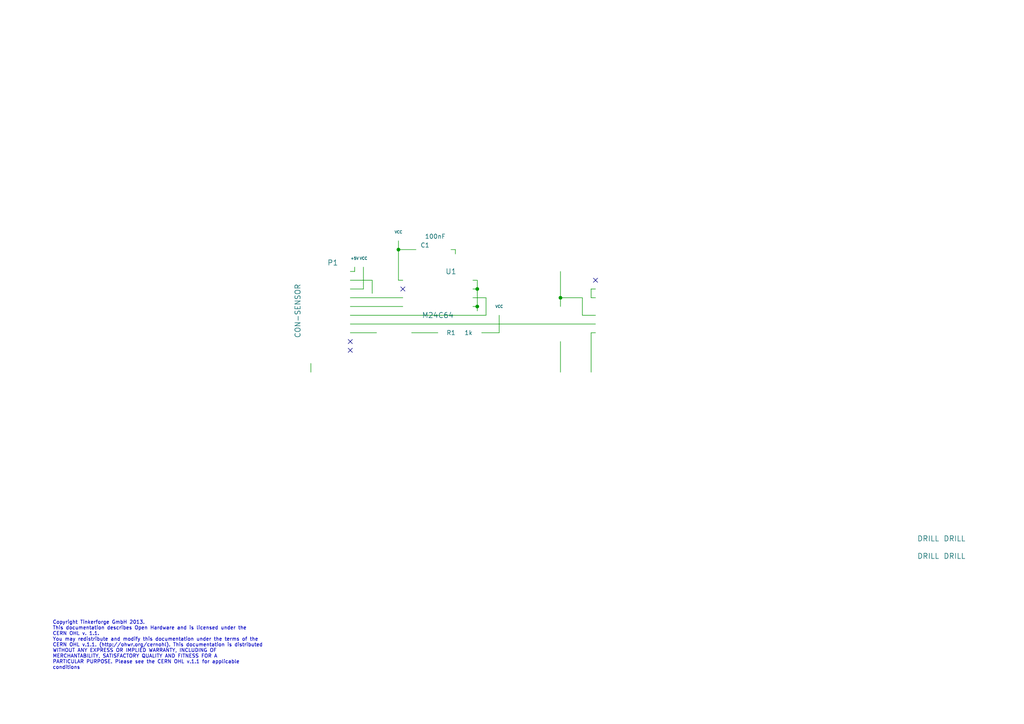
<source format=kicad_sch>
(kicad_sch (version 20230121) (generator eeschema)
  (paper "A4")
  (title_block (title "Motion Detector Bricklet") (date "2013-09-20") (rev "1.0") (company "Tinkerforge GmbH") (comment 1 "Licensed under CERN OHL v.1.1") (comment 2 "Copyright (©) 2013, B.Nordmeyer <bastian@tinkerforge.com>"))
  (lib_symbols)
  (junction (at 138.43 88.9))
  (junction (at 138.43 83.82))
  (junction (at 115.57 72.39))
  (junction (at 162.56 86.36))
  (no_connect (at 101.6 101.6))
  (no_connect (at 116.84 83.82))
  (no_connect (at 172.72 81.28))
  (no_connect (at 101.6 99.06))
  (wire (pts (xy 101.6 81.28) (xy 107.95 81.28)))
  (wire (pts (xy 171.45 86.36) (xy 171.45 83.82)))
  (wire (pts (xy 102.87 77.47) (xy 102.87 78.74)))
  (wire (pts (xy 138.43 90.17) (xy 138.43 88.9)))
  (wire (pts (xy 116.84 81.28) (xy 115.57 81.28)))
  (wire (pts (xy 101.6 93.98) (xy 172.72 93.98)))
  (wire (pts (xy 162.56 86.36) (xy 162.56 88.9)))
  (wire (pts (xy 105.41 77.47) (xy 105.41 83.82)))
  (wire (pts (xy 168.91 91.44) (xy 168.91 86.36)))
  (wire (pts (xy 115.57 72.39) (xy 120.65 72.39)))
  (wire (pts (xy 137.16 88.9) (xy 138.43 88.9)))
  (wire (pts (xy 115.57 81.28) (xy 115.57 72.39)))
  (wire (pts (xy 130.81 72.39) (xy 132.08 72.39)))
  (wire (pts (xy 102.87 78.74) (xy 101.6 78.74)))
  (wire (pts (xy 138.43 81.28) (xy 137.16 81.28)))
  (wire (pts (xy 168.91 86.36) (xy 162.56 86.36)))
  (wire (pts (xy 171.45 96.52) (xy 171.45 107.95)))
  (wire (pts (xy 172.72 86.36) (xy 171.45 86.36)))
  (wire (pts (xy 90.17 107.95) (xy 90.17 105.41)))
  (wire (pts (xy 171.45 83.82) (xy 172.72 83.82)))
  (wire (pts (xy 101.6 86.36) (xy 116.84 86.36)))
  (wire (pts (xy 105.41 83.82) (xy 101.6 83.82)))
  (wire (pts (xy 172.72 96.52) (xy 171.45 96.52)))
  (wire (pts (xy 101.6 91.44) (xy 140.97 91.44)))
  (wire (pts (xy 162.56 99.06) (xy 162.56 107.95)))
  (wire (pts (xy 138.43 83.82) (xy 138.43 81.28)))
  (wire (pts (xy 144.78 96.52) (xy 144.78 91.44)))
  (wire (pts (xy 172.72 91.44) (xy 168.91 91.44)))
  (wire (pts (xy 162.56 78.74) (xy 162.56 86.36)))
  (wire (pts (xy 101.6 88.9) (xy 116.84 88.9)))
  (wire (pts (xy 115.57 72.39) (xy 115.57 69.85)))
  (wire (pts (xy 137.16 83.82) (xy 138.43 83.82)))
  (wire (pts (xy 109.22 96.52) (xy 101.6 96.52)))
  (wire (pts (xy 132.08 72.39) (xy 132.08 73.66)))
  (wire (pts (xy 140.97 91.44) (xy 140.97 86.36)))
  (wire (pts (xy 107.95 81.28) (xy 107.95 85.09)))
  (wire (pts (xy 139.7 96.52) (xy 144.78 96.52)))
  (wire (pts (xy 140.97 86.36) (xy 137.16 86.36)))
  (wire (pts (xy 138.43 88.9) (xy 138.43 83.82)))
  (wire (pts (xy 127 96.52) (xy 119.38 96.52)))
  (text "Copyright Tinkerforge GmbH 2013.\nThis documentation describes Open Hardware and is licensed under the\nCERN OHL v. 1.1.\nYou may redistribute and modify this documentation under the terms of the\nCERN OHL v.1.1. (http://ohwr.org/cernohl). This documentation is distributed\nWITHOUT ANY EXPRESS OR IMPLIED WARRANTY, INCLUDING OF\nMERCHANTABILITY, SATISFACTORY QUALITY AND FITNESS FOR A\nPARTICULAR PURPOSE. Please see the CERN OHL v.1.1 for applicable\nconditions\n" (at 15.24 194.31 0) (effects (font (size 1.016 1.016)) (justify left bottom)))
  (symbol (lib_id "CON-SENSOR") (at 90.17 90.17 0) (mirror y) (unit 1)
    (property "Reference" "P1" (at 96.52 76.2 0) (effects (font (size 1.524 1.524))))
    (property "Value" "CON-SENSOR" (at 86.36 90.17 90) (effects (font (size 1.524 1.524))))
    (property "Footprint" "kicad-libraries:CON-SENSOR" (effects hide))
  )
  (symbol (lib_id "GND") (at 90.17 107.95 0) (unit 1)
    (property "Reference" "#PWR05" (effects hide))
    (property "Value" "GND" (effects hide))
  )
  (symbol (lib_id "GND") (at 107.95 85.09 0) (unit 1)
    (property "Reference" "#PWR04" (effects hide))
    (property "Value" "GND" (effects hide))
  )
  (symbol (lib_id "VCC") (at 105.41 77.47 0) (unit 1)
    (property "Reference" "#PWR03" (effects hide))
    (property "Value" "VCC" (at 105.41 74.93 0) (effects (font (size 0.762 0.762))))
  )
  (symbol (lib_id "CAT24C") (at 127 91.44 0) (mirror y) (unit 1)
    (property "Reference" "U1" (at 130.81 78.74 0) (effects (font (size 1.524 1.524))))
    (property "Value" "M24C64" (at 127 91.44 0) (effects (font (size 1.524 1.524))))
    (property "Footprint" "kicad-libraries:SOIC8" (effects hide))
  )
  (symbol (lib_id "VCC") (at 115.57 69.85 0) (unit 1)
    (property "Reference" "#PWR02" (effects hide))
    (property "Value" "VCC" (at 115.57 67.31 0) (effects (font (size 0.762 0.762))))
  )
  (symbol (lib_id "DRILL") (at 276.86 161.29 0) (unit 1)
    (property "Reference" "U6" (effects hide))
    (property "Value" "DRILL" (at 276.86 161.29 0) (effects (font (size 1.524 1.524))))
    (property "Footprint" "kicad-libraries:DRILL_NP" (effects hide))
  )
  (symbol (lib_id "DRILL") (at 276.86 156.21 0) (unit 1)
    (property "Reference" "U5" (effects hide))
    (property "Value" "DRILL" (at 276.86 156.21 0) (effects (font (size 1.524 1.524))))
    (property "Footprint" "kicad-libraries:DRILL_NP" (effects hide))
  )
  (symbol (lib_id "DRILL") (at 269.24 156.21 0) (unit 1)
    (property "Reference" "U3" (effects hide))
    (property "Value" "DRILL" (at 269.24 156.21 0) (effects (font (size 1.524 1.524))))
    (property "Footprint" "kicad-libraries:DRILL_NP" (effects hide))
  )
  (symbol (lib_id "DRILL") (at 269.24 161.29 0) (unit 1)
    (property "Reference" "U4" (effects hide))
    (property "Value" "DRILL" (at 269.24 161.29 0) (effects (font (size 1.524 1.524))))
    (property "Footprint" "kicad-libraries:DRILL_NP" (effects hide))
  )
  (symbol (lib_id "C") (at 125.73 72.39 270) (unit 1)
    (property "Reference" "C1" (at 121.92 71.12 90) (effects (justify left)))
    (property "Value" "100nF" (at 123.19 68.58 90) (effects (justify left)))
    (property "Footprint" "kicad-libraries:0603" (effects hide))
  )
  (symbol (lib_id "GND") (at 132.08 73.66 0) (unit 1)
    (property "Reference" "#PWR01" (effects hide))
    (property "Value" "GND" (effects hide))
  )
  (symbol (lib_id "GND") (at 138.43 90.17 0) (unit 1)
    (property "Reference" "#PWR06" (effects hide))
    (property "Value" "GND" (effects hide))
  )
  (symbol (lib_id "GND") (at 171.45 107.95 0) (unit 1)
    (property "Reference" "#PWR07" (effects hide))
    (property "Value" "GND" (effects hide))
  )
  (symbol (lib_id "R") (at 133.35 96.52 90) (unit 1)
    (property "Reference" "R1" (at 130.81 96.52 90))
    (property "Value" "1k" (at 135.89 96.52 90))
    (property "Footprint" "kicad-libraries:0603" (effects hide))
  )
  (symbol (lib_id "LED") (at 114.3 96.52 180) (unit 1)
    (property "Reference" "D1" (at 111.76 99.06 0))
    (property "Value" "LED" (at 116.84 99.06 0))
    (property "Footprint" "kicad-libraries:0603" (effects hide))
  )
  (symbol (lib_id "VCC") (at 144.78 91.44 0) (unit 1)
    (property "Reference" "#PWR08" (effects hide))
    (property "Value" "VCC" (at 144.78 88.9 0) (effects (font (size 0.762 0.762))))
  )
  (symbol (lib_id "+5V") (at 102.87 77.47 0) (unit 1)
    (property "Reference" "#PWR09" (effects hide))
    (property "Value" "+5V" (at 102.87 74.93 0) (effects (font (size 0.762 0.762))))
  )
  (symbol (lib_id "+5V") (at 162.56 78.74 0) (unit 1)
    (property "Reference" "#PWR010" (effects hide))
    (property "Value" "+5V" (at 162.56 76.2 0) (effects (font (size 0.762 0.762))))
  )
  (symbol (lib_id "HC-SR501") (at 179.07 88.9 0) (unit 1)
    (property "Reference" "U2" (at 177.8 78.74 0) (effects (font (size 1.524 1.524))))
    (property "Value" "HC-SR501" (at 180.34 99.06 0) (effects (font (size 1.524 1.524))))
    (property "Footprint" "kicad-libraries:HC-SR501" (effects hide))
  )
  (symbol (lib_id "C") (at 162.56 93.98 180) (unit 1)
    (property "Reference" "C2" (at 163.83 90.17 90) (effects (justify left)))
    (property "Value" "100nF" (at 166.37 91.44 90) (effects (justify left)))
    (property "Footprint" "kicad-libraries:0603" (effects hide))
  )
  (symbol (lib_id "GND") (at 162.56 107.95 0) (unit 1)
    (property "Reference" "#PWR011" (effects hide))
    (property "Value" "GND" (effects hide))
  )
)
</source>
